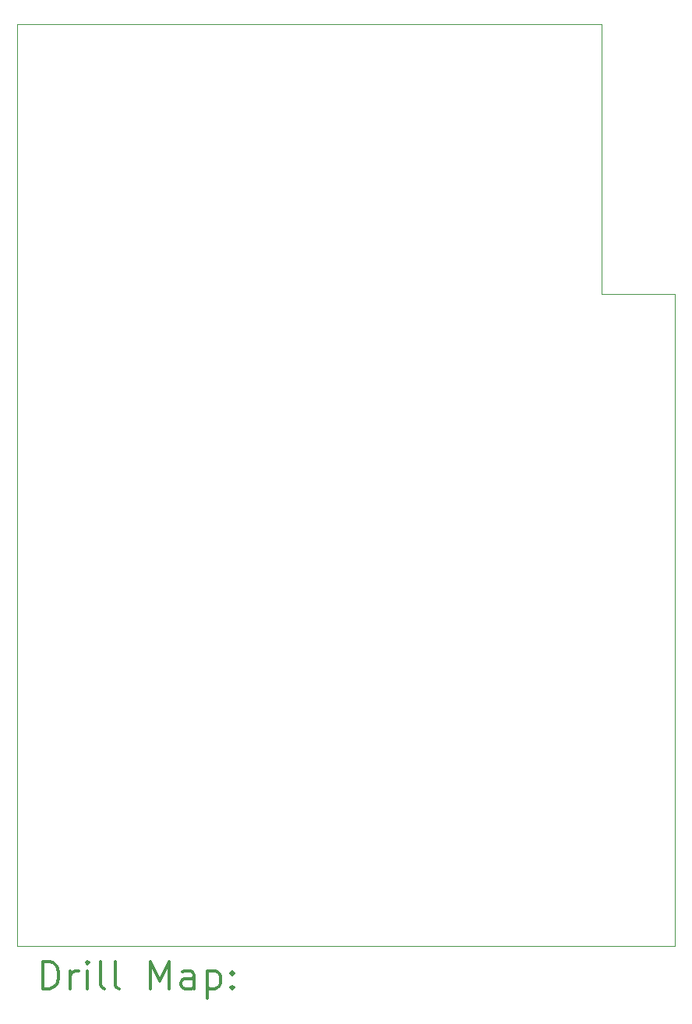
<source format=gbr>
%FSLAX45Y45*%
G04 Gerber Fmt 4.5, Leading zero omitted, Abs format (unit mm)*
G04 Created by KiCad (PCBNEW (5.1.2-1)-1) date 2020-07-07 12:36:55*
%MOMM*%
%LPD*%
G04 APERTURE LIST*
%ADD10C,0.100000*%
%ADD11C,0.200000*%
%ADD12C,0.300000*%
G04 APERTURE END LIST*
D10*
X13398500Y-6223000D02*
X14200000Y-6223000D01*
X13398500Y-3300000D02*
X13398500Y-6223000D01*
X13398500Y-3300000D02*
X7048500Y-3300000D01*
X14200000Y-13300000D02*
X14200000Y-6223000D01*
X7048500Y-13300000D02*
X14200000Y-13300000D01*
X7048500Y-3300000D02*
X7048500Y-13300000D01*
D11*
D12*
X7329928Y-13770714D02*
X7329928Y-13470714D01*
X7401357Y-13470714D01*
X7444214Y-13485000D01*
X7472786Y-13513571D01*
X7487071Y-13542143D01*
X7501357Y-13599286D01*
X7501357Y-13642143D01*
X7487071Y-13699286D01*
X7472786Y-13727857D01*
X7444214Y-13756429D01*
X7401357Y-13770714D01*
X7329928Y-13770714D01*
X7629928Y-13770714D02*
X7629928Y-13570714D01*
X7629928Y-13627857D02*
X7644214Y-13599286D01*
X7658500Y-13585000D01*
X7687071Y-13570714D01*
X7715643Y-13570714D01*
X7815643Y-13770714D02*
X7815643Y-13570714D01*
X7815643Y-13470714D02*
X7801357Y-13485000D01*
X7815643Y-13499286D01*
X7829928Y-13485000D01*
X7815643Y-13470714D01*
X7815643Y-13499286D01*
X8001357Y-13770714D02*
X7972786Y-13756429D01*
X7958500Y-13727857D01*
X7958500Y-13470714D01*
X8158500Y-13770714D02*
X8129928Y-13756429D01*
X8115643Y-13727857D01*
X8115643Y-13470714D01*
X8501357Y-13770714D02*
X8501357Y-13470714D01*
X8601357Y-13685000D01*
X8701357Y-13470714D01*
X8701357Y-13770714D01*
X8972786Y-13770714D02*
X8972786Y-13613571D01*
X8958500Y-13585000D01*
X8929928Y-13570714D01*
X8872786Y-13570714D01*
X8844214Y-13585000D01*
X8972786Y-13756429D02*
X8944214Y-13770714D01*
X8872786Y-13770714D01*
X8844214Y-13756429D01*
X8829928Y-13727857D01*
X8829928Y-13699286D01*
X8844214Y-13670714D01*
X8872786Y-13656429D01*
X8944214Y-13656429D01*
X8972786Y-13642143D01*
X9115643Y-13570714D02*
X9115643Y-13870714D01*
X9115643Y-13585000D02*
X9144214Y-13570714D01*
X9201357Y-13570714D01*
X9229928Y-13585000D01*
X9244214Y-13599286D01*
X9258500Y-13627857D01*
X9258500Y-13713571D01*
X9244214Y-13742143D01*
X9229928Y-13756429D01*
X9201357Y-13770714D01*
X9144214Y-13770714D01*
X9115643Y-13756429D01*
X9387071Y-13742143D02*
X9401357Y-13756429D01*
X9387071Y-13770714D01*
X9372786Y-13756429D01*
X9387071Y-13742143D01*
X9387071Y-13770714D01*
X9387071Y-13585000D02*
X9401357Y-13599286D01*
X9387071Y-13613571D01*
X9372786Y-13599286D01*
X9387071Y-13585000D01*
X9387071Y-13613571D01*
M02*

</source>
